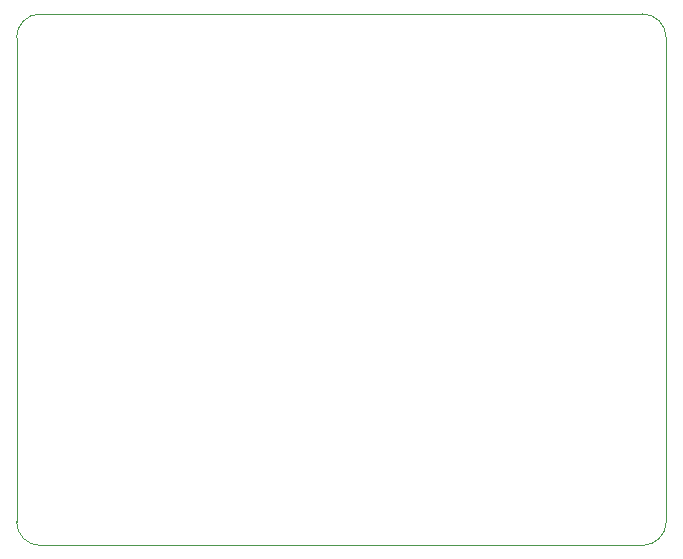
<source format=gbr>
%TF.GenerationSoftware,KiCad,Pcbnew,8.0.4*%
%TF.CreationDate,2024-07-22T18:27:50+09:00*%
%TF.ProjectId,RoboMaster branch circuit substrate-3,526f626f-4d61-4737-9465-72206272616e,rev?*%
%TF.SameCoordinates,Original*%
%TF.FileFunction,Profile,NP*%
%FSLAX46Y46*%
G04 Gerber Fmt 4.6, Leading zero omitted, Abs format (unit mm)*
G04 Created by KiCad (PCBNEW 8.0.4) date 2024-07-22 18:27:50*
%MOMM*%
%LPD*%
G01*
G04 APERTURE LIST*
%TA.AperFunction,Profile*%
%ADD10C,0.050000*%
%TD*%
G04 APERTURE END LIST*
D10*
X131199776Y-92100224D02*
X131199776Y-133100000D01*
X184199776Y-90099776D02*
G75*
G02*
X186200024Y-92100000I24J-2000224D01*
G01*
X131199776Y-92100224D02*
G75*
G02*
X133200000Y-90099976I2000224J24D01*
G01*
X186200224Y-133099776D02*
X186200224Y-92100000D01*
X133200224Y-135100224D02*
X184200000Y-135100224D01*
X133200224Y-135100224D02*
G75*
G02*
X131199976Y-133100000I-24J2000224D01*
G01*
X184199776Y-90099776D02*
X133200000Y-90099776D01*
X186200224Y-133099776D02*
G75*
G02*
X184200000Y-135100024I-2000224J-24D01*
G01*
M02*

</source>
